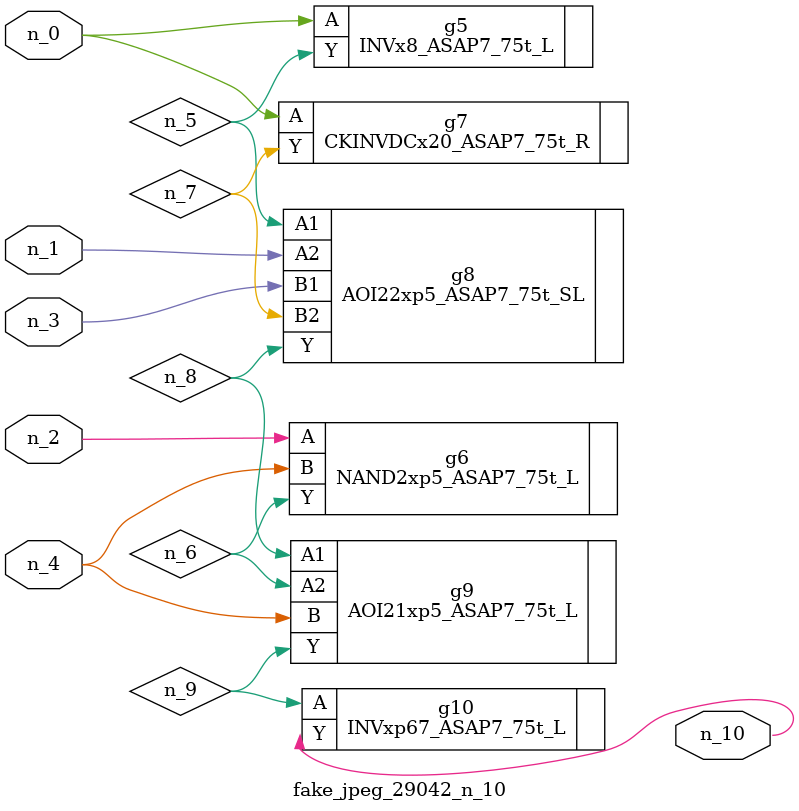
<source format=v>
module fake_jpeg_29042_n_10 (n_3, n_2, n_1, n_0, n_4, n_10);

input n_3;
input n_2;
input n_1;
input n_0;
input n_4;

output n_10;

wire n_8;
wire n_9;
wire n_6;
wire n_5;
wire n_7;

INVx8_ASAP7_75t_L g5 ( 
.A(n_0),
.Y(n_5)
);

NAND2xp5_ASAP7_75t_L g6 ( 
.A(n_2),
.B(n_4),
.Y(n_6)
);

CKINVDCx20_ASAP7_75t_R g7 ( 
.A(n_0),
.Y(n_7)
);

AOI22xp5_ASAP7_75t_SL g8 ( 
.A1(n_5),
.A2(n_1),
.B1(n_3),
.B2(n_7),
.Y(n_8)
);

AOI21xp5_ASAP7_75t_L g9 ( 
.A1(n_8),
.A2(n_6),
.B(n_4),
.Y(n_9)
);

INVxp67_ASAP7_75t_L g10 ( 
.A(n_9),
.Y(n_10)
);


endmodule
</source>
